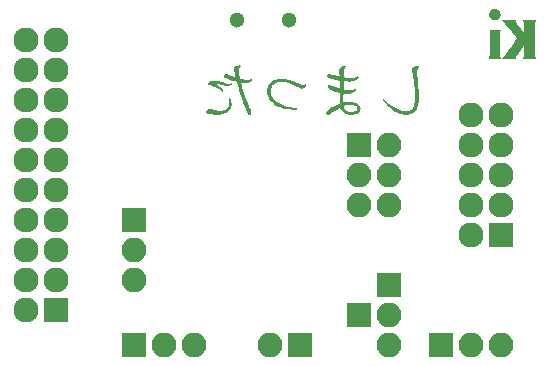
<source format=gbs>
G04 #@! TF.GenerationSoftware,KiCad,Pcbnew,(2017-01-09 revision c2fb336)-makepkg*
G04 #@! TF.CreationDate,2017-04-23T15:55:18+02:00*
G04 #@! TF.ProjectId,jtagTc2050Adaptor,6A74616754633230353041646170746F,rev?*
G04 #@! TF.FileFunction,Soldermask,Bot*
G04 #@! TF.FilePolarity,Negative*
%FSLAX46Y46*%
G04 Gerber Fmt 4.6, Leading zero omitted, Abs format (unit mm)*
G04 Created by KiCad (PCBNEW (2017-01-09 revision c2fb336)-makepkg) date 04/23/17 15:55:18*
%MOMM*%
%LPD*%
G01*
G04 APERTURE LIST*
%ADD10C,0.100000*%
%ADD11C,0.010000*%
%ADD12O,2.127200X2.127200*%
%ADD13R,2.127200X2.127200*%
%ADD14O,2.100000X2.100000*%
%ADD15R,2.100000X2.100000*%
%ADD16C,1.300000*%
G04 APERTURE END LIST*
D10*
D11*
G36*
X97010653Y-69392800D02*
X96465341Y-69392800D01*
X96664121Y-69594187D01*
X96993829Y-69957091D01*
X97208249Y-70231215D01*
X97286697Y-70334800D01*
X97381256Y-70454929D01*
X97481350Y-70578602D01*
X97576402Y-70692819D01*
X97655834Y-70784581D01*
X97680932Y-70812160D01*
X97762364Y-70899612D01*
X97692406Y-70990756D01*
X97556964Y-71180004D01*
X97469422Y-71319450D01*
X97414552Y-71401686D01*
X97353276Y-71481012D01*
X97348127Y-71487007D01*
X97279178Y-71569981D01*
X97198653Y-71672537D01*
X97115458Y-71782688D01*
X97038498Y-71888447D01*
X96976681Y-71977825D01*
X96941024Y-72034947D01*
X96905943Y-72087996D01*
X96847414Y-72166462D01*
X96775580Y-72257652D01*
X96700585Y-72348872D01*
X96632572Y-72427432D01*
X96596200Y-72466420D01*
X96572311Y-72492481D01*
X96530037Y-72539806D01*
X96521923Y-72548970D01*
X96460345Y-72618600D01*
X97586800Y-72618600D01*
X97586800Y-72540323D01*
X97603563Y-72463795D01*
X97650793Y-72358549D01*
X97723907Y-72232639D01*
X97818319Y-72094116D01*
X97905858Y-71979933D01*
X97977132Y-71887713D01*
X98042453Y-71796669D01*
X98089623Y-71723935D01*
X98095729Y-71713233D01*
X98135771Y-71646834D01*
X98171058Y-71598684D01*
X98179701Y-71589900D01*
X98214262Y-71551216D01*
X98254485Y-71494650D01*
X98292174Y-71446493D01*
X98322685Y-71424887D01*
X98323986Y-71424800D01*
X98332862Y-71449491D01*
X98339982Y-71520781D01*
X98345136Y-71634492D01*
X98348117Y-71786444D01*
X98348800Y-71921361D01*
X98348116Y-72100663D01*
X98345705Y-72236670D01*
X98341025Y-72336875D01*
X98333537Y-72408769D01*
X98322702Y-72459843D01*
X98307979Y-72497588D01*
X98307156Y-72499211D01*
X98271683Y-72558891D01*
X98240177Y-72597018D01*
X98237306Y-72599161D01*
X98252803Y-72604723D01*
X98312153Y-72609662D01*
X98408414Y-72613712D01*
X98534641Y-72616607D01*
X98683889Y-72618082D01*
X98735606Y-72618211D01*
X99262111Y-72618600D01*
X99232432Y-72548750D01*
X99204259Y-72490158D01*
X99182176Y-72454770D01*
X99178343Y-72425542D01*
X99174743Y-72350181D01*
X99171441Y-72233351D01*
X99168504Y-72079717D01*
X99166001Y-71893946D01*
X99163996Y-71680702D01*
X99162558Y-71444651D01*
X99161753Y-71190459D01*
X99161601Y-71018690D01*
X99161659Y-70714711D01*
X99161930Y-70457312D01*
X99162554Y-70242274D01*
X99163674Y-70065378D01*
X99165431Y-69922404D01*
X99167967Y-69809133D01*
X99171424Y-69721345D01*
X99175943Y-69654821D01*
X99181667Y-69605341D01*
X99188738Y-69568686D01*
X99197296Y-69540637D01*
X99207484Y-69516974D01*
X99212401Y-69507099D01*
X99243156Y-69445269D01*
X99261210Y-69406060D01*
X99263201Y-69400129D01*
X99239065Y-69397907D01*
X99171712Y-69395956D01*
X99068728Y-69394384D01*
X98937694Y-69393301D01*
X98786195Y-69392815D01*
X98752483Y-69392800D01*
X98579340Y-69393064D01*
X98450771Y-69394231D01*
X98360554Y-69396864D01*
X98302463Y-69401523D01*
X98270276Y-69408772D01*
X98257768Y-69419172D01*
X98258714Y-69433285D01*
X98260236Y-69437250D01*
X98293595Y-69526073D01*
X98317661Y-69614581D01*
X98333820Y-69713541D01*
X98343458Y-69833721D01*
X98347960Y-69985888D01*
X98348800Y-70125488D01*
X98348801Y-70545304D01*
X98272601Y-70472300D01*
X98224987Y-70421957D01*
X98198406Y-70384678D01*
X98196400Y-70377883D01*
X98181263Y-70351950D01*
X98141772Y-70298528D01*
X98086812Y-70228545D01*
X98025268Y-70152929D01*
X97966023Y-70082609D01*
X97917961Y-70028514D01*
X97891161Y-70002400D01*
X97868839Y-69975134D01*
X97830464Y-69919030D01*
X97802598Y-69875400D01*
X97744395Y-69787698D01*
X97681449Y-69701098D01*
X97659101Y-69672762D01*
X97614387Y-69606136D01*
X97588992Y-69545043D01*
X97586800Y-69528790D01*
X97586278Y-69485077D01*
X97580609Y-69451902D01*
X97563638Y-69427812D01*
X97529211Y-69411355D01*
X97471174Y-69401077D01*
X97383372Y-69395527D01*
X97259650Y-69393251D01*
X97093855Y-69392796D01*
X97010653Y-69392800D01*
X97010653Y-69392800D01*
G37*
X97010653Y-69392800D02*
X96465341Y-69392800D01*
X96664121Y-69594187D01*
X96993829Y-69957091D01*
X97208249Y-70231215D01*
X97286697Y-70334800D01*
X97381256Y-70454929D01*
X97481350Y-70578602D01*
X97576402Y-70692819D01*
X97655834Y-70784581D01*
X97680932Y-70812160D01*
X97762364Y-70899612D01*
X97692406Y-70990756D01*
X97556964Y-71180004D01*
X97469422Y-71319450D01*
X97414552Y-71401686D01*
X97353276Y-71481012D01*
X97348127Y-71487007D01*
X97279178Y-71569981D01*
X97198653Y-71672537D01*
X97115458Y-71782688D01*
X97038498Y-71888447D01*
X96976681Y-71977825D01*
X96941024Y-72034947D01*
X96905943Y-72087996D01*
X96847414Y-72166462D01*
X96775580Y-72257652D01*
X96700585Y-72348872D01*
X96632572Y-72427432D01*
X96596200Y-72466420D01*
X96572311Y-72492481D01*
X96530037Y-72539806D01*
X96521923Y-72548970D01*
X96460345Y-72618600D01*
X97586800Y-72618600D01*
X97586800Y-72540323D01*
X97603563Y-72463795D01*
X97650793Y-72358549D01*
X97723907Y-72232639D01*
X97818319Y-72094116D01*
X97905858Y-71979933D01*
X97977132Y-71887713D01*
X98042453Y-71796669D01*
X98089623Y-71723935D01*
X98095729Y-71713233D01*
X98135771Y-71646834D01*
X98171058Y-71598684D01*
X98179701Y-71589900D01*
X98214262Y-71551216D01*
X98254485Y-71494650D01*
X98292174Y-71446493D01*
X98322685Y-71424887D01*
X98323986Y-71424800D01*
X98332862Y-71449491D01*
X98339982Y-71520781D01*
X98345136Y-71634492D01*
X98348117Y-71786444D01*
X98348800Y-71921361D01*
X98348116Y-72100663D01*
X98345705Y-72236670D01*
X98341025Y-72336875D01*
X98333537Y-72408769D01*
X98322702Y-72459843D01*
X98307979Y-72497588D01*
X98307156Y-72499211D01*
X98271683Y-72558891D01*
X98240177Y-72597018D01*
X98237306Y-72599161D01*
X98252803Y-72604723D01*
X98312153Y-72609662D01*
X98408414Y-72613712D01*
X98534641Y-72616607D01*
X98683889Y-72618082D01*
X98735606Y-72618211D01*
X99262111Y-72618600D01*
X99232432Y-72548750D01*
X99204259Y-72490158D01*
X99182176Y-72454770D01*
X99178343Y-72425542D01*
X99174743Y-72350181D01*
X99171441Y-72233351D01*
X99168504Y-72079717D01*
X99166001Y-71893946D01*
X99163996Y-71680702D01*
X99162558Y-71444651D01*
X99161753Y-71190459D01*
X99161601Y-71018690D01*
X99161659Y-70714711D01*
X99161930Y-70457312D01*
X99162554Y-70242274D01*
X99163674Y-70065378D01*
X99165431Y-69922404D01*
X99167967Y-69809133D01*
X99171424Y-69721345D01*
X99175943Y-69654821D01*
X99181667Y-69605341D01*
X99188738Y-69568686D01*
X99197296Y-69540637D01*
X99207484Y-69516974D01*
X99212401Y-69507099D01*
X99243156Y-69445269D01*
X99261210Y-69406060D01*
X99263201Y-69400129D01*
X99239065Y-69397907D01*
X99171712Y-69395956D01*
X99068728Y-69394384D01*
X98937694Y-69393301D01*
X98786195Y-69392815D01*
X98752483Y-69392800D01*
X98579340Y-69393064D01*
X98450771Y-69394231D01*
X98360554Y-69396864D01*
X98302463Y-69401523D01*
X98270276Y-69408772D01*
X98257768Y-69419172D01*
X98258714Y-69433285D01*
X98260236Y-69437250D01*
X98293595Y-69526073D01*
X98317661Y-69614581D01*
X98333820Y-69713541D01*
X98343458Y-69833721D01*
X98347960Y-69985888D01*
X98348800Y-70125488D01*
X98348801Y-70545304D01*
X98272601Y-70472300D01*
X98224987Y-70421957D01*
X98198406Y-70384678D01*
X98196400Y-70377883D01*
X98181263Y-70351950D01*
X98141772Y-70298528D01*
X98086812Y-70228545D01*
X98025268Y-70152929D01*
X97966023Y-70082609D01*
X97917961Y-70028514D01*
X97891161Y-70002400D01*
X97868839Y-69975134D01*
X97830464Y-69919030D01*
X97802598Y-69875400D01*
X97744395Y-69787698D01*
X97681449Y-69701098D01*
X97659101Y-69672762D01*
X97614387Y-69606136D01*
X97588992Y-69545043D01*
X97586800Y-69528790D01*
X97586278Y-69485077D01*
X97580609Y-69451902D01*
X97563638Y-69427812D01*
X97529211Y-69411355D01*
X97471174Y-69401077D01*
X97383372Y-69395527D01*
X97259650Y-69393251D01*
X97093855Y-69392796D01*
X97010653Y-69392800D01*
G36*
X95427800Y-71356445D02*
X95427579Y-71627928D01*
X95426817Y-71853018D01*
X95425374Y-72036121D01*
X95423106Y-72181640D01*
X95419869Y-72293983D01*
X95415522Y-72377555D01*
X95409920Y-72436759D01*
X95402922Y-72476003D01*
X95394384Y-72499692D01*
X95390508Y-72505795D01*
X95364222Y-72543343D01*
X95353509Y-72571485D01*
X95363690Y-72591574D01*
X95400088Y-72604963D01*
X95468024Y-72613005D01*
X95572822Y-72617053D01*
X95719802Y-72618460D01*
X95834200Y-72618600D01*
X95984482Y-72617915D01*
X96115673Y-72616008D01*
X96219973Y-72613102D01*
X96289581Y-72609417D01*
X96316695Y-72605176D01*
X96316800Y-72604888D01*
X96306245Y-72575854D01*
X96279674Y-72518909D01*
X96266000Y-72491600D01*
X96253134Y-72464160D01*
X96242641Y-72433794D01*
X96234280Y-72395320D01*
X96227809Y-72343555D01*
X96222989Y-72273318D01*
X96219578Y-72179427D01*
X96217335Y-72056701D01*
X96216019Y-71899959D01*
X96215390Y-71704017D01*
X96215205Y-71463696D01*
X96215200Y-71399150D01*
X96215453Y-71141669D01*
X96216329Y-70930149D01*
X96218004Y-70759751D01*
X96220652Y-70625638D01*
X96224450Y-70522971D01*
X96229573Y-70446913D01*
X96236197Y-70392626D01*
X96244497Y-70355272D01*
X96253953Y-70331338D01*
X96292705Y-70256400D01*
X95427800Y-70256400D01*
X95427800Y-71356445D01*
X95427800Y-71356445D01*
G37*
X95427800Y-71356445D02*
X95427579Y-71627928D01*
X95426817Y-71853018D01*
X95425374Y-72036121D01*
X95423106Y-72181640D01*
X95419869Y-72293983D01*
X95415522Y-72377555D01*
X95409920Y-72436759D01*
X95402922Y-72476003D01*
X95394384Y-72499692D01*
X95390508Y-72505795D01*
X95364222Y-72543343D01*
X95353509Y-72571485D01*
X95363690Y-72591574D01*
X95400088Y-72604963D01*
X95468024Y-72613005D01*
X95572822Y-72617053D01*
X95719802Y-72618460D01*
X95834200Y-72618600D01*
X95984482Y-72617915D01*
X96115673Y-72616008D01*
X96219973Y-72613102D01*
X96289581Y-72609417D01*
X96316695Y-72605176D01*
X96316800Y-72604888D01*
X96306245Y-72575854D01*
X96279674Y-72518909D01*
X96266000Y-72491600D01*
X96253134Y-72464160D01*
X96242641Y-72433794D01*
X96234280Y-72395320D01*
X96227809Y-72343555D01*
X96222989Y-72273318D01*
X96219578Y-72179427D01*
X96217335Y-72056701D01*
X96216019Y-71899959D01*
X96215390Y-71704017D01*
X96215205Y-71463696D01*
X96215200Y-71399150D01*
X96215453Y-71141669D01*
X96216329Y-70930149D01*
X96218004Y-70759751D01*
X96220652Y-70625638D01*
X96224450Y-70522971D01*
X96229573Y-70446913D01*
X96236197Y-70392626D01*
X96244497Y-70355272D01*
X96253953Y-70331338D01*
X96292705Y-70256400D01*
X95427800Y-70256400D01*
X95427800Y-71356445D01*
G36*
X95668459Y-68490360D02*
X95550855Y-68556795D01*
X95457377Y-68659445D01*
X95413588Y-68745524D01*
X95382978Y-68884014D01*
X95392079Y-69021991D01*
X95439427Y-69143484D01*
X95451812Y-69162250D01*
X95542251Y-69249808D01*
X95661129Y-69309953D01*
X95794067Y-69339818D01*
X95926687Y-69336534D01*
X96044610Y-69297232D01*
X96065394Y-69284644D01*
X96147663Y-69205794D01*
X96215486Y-69097170D01*
X96257653Y-68979695D01*
X96266000Y-68910199D01*
X96246726Y-68800975D01*
X96196210Y-68686510D01*
X96125418Y-68587558D01*
X96069758Y-68538695D01*
X95937539Y-68478276D01*
X95800563Y-68463176D01*
X95668459Y-68490360D01*
X95668459Y-68490360D01*
G37*
X95668459Y-68490360D02*
X95550855Y-68556795D01*
X95457377Y-68659445D01*
X95413588Y-68745524D01*
X95382978Y-68884014D01*
X95392079Y-69021991D01*
X95439427Y-69143484D01*
X95451812Y-69162250D01*
X95542251Y-69249808D01*
X95661129Y-69309953D01*
X95794067Y-69339818D01*
X95926687Y-69336534D01*
X96044610Y-69297232D01*
X96065394Y-69284644D01*
X96147663Y-69205794D01*
X96215486Y-69097170D01*
X96257653Y-68979695D01*
X96266000Y-68910199D01*
X96246726Y-68800975D01*
X96196210Y-68686510D01*
X96125418Y-68587558D01*
X96069758Y-68538695D01*
X95937539Y-68478276D01*
X95800563Y-68463176D01*
X95668459Y-68490360D01*
D10*
G36*
X71596809Y-74743254D02*
X71601703Y-74763547D01*
X71617510Y-74783693D01*
X71645919Y-74804625D01*
X71688617Y-74827275D01*
X71747295Y-74852575D01*
X71823640Y-74881457D01*
X71888383Y-74904266D01*
X72102692Y-74985200D01*
X72298784Y-75074136D01*
X72478388Y-75171960D01*
X72643231Y-75279558D01*
X72695503Y-75317980D01*
X72728308Y-75342189D01*
X72754634Y-75360459D01*
X72770022Y-75369732D01*
X72771838Y-75370302D01*
X72781407Y-75361995D01*
X72794023Y-75342340D01*
X72800137Y-75329168D01*
X72800720Y-75317597D01*
X72793488Y-75304033D01*
X72776160Y-75284883D01*
X72746453Y-75256553D01*
X72729638Y-75240963D01*
X72634343Y-75154503D01*
X72542439Y-75074429D01*
X72456793Y-75003138D01*
X72380275Y-74943029D01*
X72326012Y-74903528D01*
X72283607Y-74873531D01*
X72245337Y-74845398D01*
X72216041Y-74822743D01*
X72202644Y-74811311D01*
X72186140Y-74793168D01*
X72184184Y-74779299D01*
X72192838Y-74763667D01*
X72202607Y-74752135D01*
X72216225Y-74745224D01*
X72238716Y-74741839D01*
X72275108Y-74740882D01*
X72297036Y-74740950D01*
X72334420Y-74742374D01*
X72374520Y-74746581D01*
X72421140Y-74754257D01*
X72478086Y-74766086D01*
X72549161Y-74782754D01*
X72602645Y-74795981D01*
X72736473Y-74828647D01*
X72852723Y-74854833D01*
X72953915Y-74874716D01*
X73042574Y-74888472D01*
X73121222Y-74896278D01*
X73192381Y-74898310D01*
X73258576Y-74894744D01*
X73322327Y-74885757D01*
X73386159Y-74871525D01*
X73444370Y-74854811D01*
X73481835Y-74842177D01*
X73502553Y-74831307D01*
X73510288Y-74818709D01*
X73508807Y-74800897D01*
X73507677Y-74796162D01*
X73500991Y-74769523D01*
X73435623Y-74790303D01*
X73396420Y-74800288D01*
X73354072Y-74805672D01*
X73306660Y-74806096D01*
X73252265Y-74801199D01*
X73188971Y-74790623D01*
X73114857Y-74774008D01*
X73028007Y-74750995D01*
X72926502Y-74721223D01*
X72808423Y-74684333D01*
X72723026Y-74656743D01*
X72620735Y-74623631D01*
X72535272Y-74596792D01*
X72463456Y-74575570D01*
X72402105Y-74559308D01*
X72348038Y-74547350D01*
X72298074Y-74539037D01*
X72249031Y-74533714D01*
X72197728Y-74530725D01*
X72140985Y-74529411D01*
X72105021Y-74529160D01*
X72036238Y-74529286D01*
X71983671Y-74530494D01*
X71942372Y-74533248D01*
X71907389Y-74538008D01*
X71873774Y-74545237D01*
X71842711Y-74553629D01*
X71768885Y-74579647D01*
X71705122Y-74611800D01*
X71653890Y-74648185D01*
X71617658Y-74686899D01*
X71598895Y-74726039D01*
X71596809Y-74743254D01*
X71596809Y-74743254D01*
X71596809Y-74743254D01*
G37*
X71596809Y-74743254D02*
X71601703Y-74763547D01*
X71617510Y-74783693D01*
X71645919Y-74804625D01*
X71688617Y-74827275D01*
X71747295Y-74852575D01*
X71823640Y-74881457D01*
X71888383Y-74904266D01*
X72102692Y-74985200D01*
X72298784Y-75074136D01*
X72478388Y-75171960D01*
X72643231Y-75279558D01*
X72695503Y-75317980D01*
X72728308Y-75342189D01*
X72754634Y-75360459D01*
X72770022Y-75369732D01*
X72771838Y-75370302D01*
X72781407Y-75361995D01*
X72794023Y-75342340D01*
X72800137Y-75329168D01*
X72800720Y-75317597D01*
X72793488Y-75304033D01*
X72776160Y-75284883D01*
X72746453Y-75256553D01*
X72729638Y-75240963D01*
X72634343Y-75154503D01*
X72542439Y-75074429D01*
X72456793Y-75003138D01*
X72380275Y-74943029D01*
X72326012Y-74903528D01*
X72283607Y-74873531D01*
X72245337Y-74845398D01*
X72216041Y-74822743D01*
X72202644Y-74811311D01*
X72186140Y-74793168D01*
X72184184Y-74779299D01*
X72192838Y-74763667D01*
X72202607Y-74752135D01*
X72216225Y-74745224D01*
X72238716Y-74741839D01*
X72275108Y-74740882D01*
X72297036Y-74740950D01*
X72334420Y-74742374D01*
X72374520Y-74746581D01*
X72421140Y-74754257D01*
X72478086Y-74766086D01*
X72549161Y-74782754D01*
X72602645Y-74795981D01*
X72736473Y-74828647D01*
X72852723Y-74854833D01*
X72953915Y-74874716D01*
X73042574Y-74888472D01*
X73121222Y-74896278D01*
X73192381Y-74898310D01*
X73258576Y-74894744D01*
X73322327Y-74885757D01*
X73386159Y-74871525D01*
X73444370Y-74854811D01*
X73481835Y-74842177D01*
X73502553Y-74831307D01*
X73510288Y-74818709D01*
X73508807Y-74800897D01*
X73507677Y-74796162D01*
X73500991Y-74769523D01*
X73435623Y-74790303D01*
X73396420Y-74800288D01*
X73354072Y-74805672D01*
X73306660Y-74806096D01*
X73252265Y-74801199D01*
X73188971Y-74790623D01*
X73114857Y-74774008D01*
X73028007Y-74750995D01*
X72926502Y-74721223D01*
X72808423Y-74684333D01*
X72723026Y-74656743D01*
X72620735Y-74623631D01*
X72535272Y-74596792D01*
X72463456Y-74575570D01*
X72402105Y-74559308D01*
X72348038Y-74547350D01*
X72298074Y-74539037D01*
X72249031Y-74533714D01*
X72197728Y-74530725D01*
X72140985Y-74529411D01*
X72105021Y-74529160D01*
X72036238Y-74529286D01*
X71983671Y-74530494D01*
X71942372Y-74533248D01*
X71907389Y-74538008D01*
X71873774Y-74545237D01*
X71842711Y-74553629D01*
X71768885Y-74579647D01*
X71705122Y-74611800D01*
X71653890Y-74648185D01*
X71617658Y-74686899D01*
X71598895Y-74726039D01*
X71596809Y-74743254D01*
X71596809Y-74743254D01*
G36*
X76565589Y-75312069D02*
X76568162Y-75470117D01*
X76591426Y-75626391D01*
X76634896Y-75779216D01*
X76698087Y-75926920D01*
X76780516Y-76067829D01*
X76787331Y-76077888D01*
X76838193Y-76144652D01*
X76902648Y-76217643D01*
X76976043Y-76292341D01*
X77053722Y-76364227D01*
X77131034Y-76428779D01*
X77201884Y-76480522D01*
X77342711Y-76565882D01*
X77493975Y-76640848D01*
X77656954Y-76705763D01*
X77832924Y-76760970D01*
X78023164Y-76806813D01*
X78228950Y-76843633D01*
X78451559Y-76871775D01*
X78692269Y-76891581D01*
X78743537Y-76894619D01*
X78824962Y-76899089D01*
X78887760Y-76902280D01*
X78934441Y-76904148D01*
X78967518Y-76904646D01*
X78989501Y-76903728D01*
X79002903Y-76901347D01*
X79010235Y-76897459D01*
X79014009Y-76892017D01*
X79014989Y-76889643D01*
X79017220Y-76863456D01*
X79001327Y-76847091D01*
X78972159Y-76841998D01*
X78938532Y-76840257D01*
X78888038Y-76835399D01*
X78824665Y-76827977D01*
X78752403Y-76818541D01*
X78675238Y-76807643D01*
X78597161Y-76795835D01*
X78522158Y-76783667D01*
X78454220Y-76771691D01*
X78429366Y-76766971D01*
X78218056Y-76718995D01*
X78017646Y-76659866D01*
X77829060Y-76590230D01*
X77653224Y-76510736D01*
X77491060Y-76422031D01*
X77343495Y-76324762D01*
X77211451Y-76219577D01*
X77095853Y-76107123D01*
X76997626Y-75988047D01*
X76917693Y-75862997D01*
X76856980Y-75732620D01*
X76828332Y-75645583D01*
X76798833Y-75504297D01*
X76789602Y-75368486D01*
X76800246Y-75238995D01*
X76830372Y-75116668D01*
X76879585Y-75002349D01*
X76947493Y-74896881D01*
X77033701Y-74801109D01*
X77137815Y-74715875D01*
X77259442Y-74642025D01*
X77307639Y-74618295D01*
X77382525Y-74586062D01*
X77452645Y-74562156D01*
X77523352Y-74545543D01*
X77600003Y-74535187D01*
X77687950Y-74530054D01*
X77769464Y-74529011D01*
X77841161Y-74529449D01*
X77897176Y-74530912D01*
X77942997Y-74533920D01*
X77984112Y-74538991D01*
X78026007Y-74546644D01*
X78074171Y-74557401D01*
X78077336Y-74558145D01*
X78161765Y-74579097D01*
X78241795Y-74601396D01*
X78320139Y-74626135D01*
X78399510Y-74654410D01*
X78482621Y-74687314D01*
X78572184Y-74725942D01*
X78670913Y-74771387D01*
X78781520Y-74824743D01*
X78906718Y-74887105D01*
X78960585Y-74914356D01*
X79072314Y-74970393D01*
X79167540Y-75016547D01*
X79248085Y-75053544D01*
X79315772Y-75082114D01*
X79372422Y-75102983D01*
X79419857Y-75116880D01*
X79459901Y-75124531D01*
X79492250Y-75126680D01*
X79558229Y-75116318D01*
X79625286Y-75086440D01*
X79691303Y-75038463D01*
X79754162Y-74973805D01*
X79789156Y-74928054D01*
X79811348Y-74895812D01*
X79822779Y-74875531D01*
X79824906Y-74861879D01*
X79819186Y-74849521D01*
X79812948Y-74840979D01*
X79793627Y-74815365D01*
X79758714Y-74849499D01*
X79715074Y-74881856D01*
X79665764Y-74897122D01*
X79606610Y-74896353D01*
X79586135Y-74893119D01*
X79531997Y-74880228D01*
X79459822Y-74858345D01*
X79370580Y-74827811D01*
X79265242Y-74788967D01*
X79144779Y-74742155D01*
X79061169Y-74708568D01*
X78846735Y-74624907D01*
X78647014Y-74554382D01*
X78460352Y-74496689D01*
X78285096Y-74451525D01*
X78119594Y-74418587D01*
X77962192Y-74397571D01*
X77811239Y-74388176D01*
X77665080Y-74390097D01*
X77522064Y-74403031D01*
X77451832Y-74413431D01*
X77295735Y-74448058D01*
X77154301Y-74497592D01*
X77026720Y-74562484D01*
X76912180Y-74643183D01*
X76809872Y-74740140D01*
X76761045Y-74797374D01*
X76682828Y-74910750D01*
X76624870Y-75029134D01*
X76586509Y-75154273D01*
X76567080Y-75287914D01*
X76565589Y-75312069D01*
X76565589Y-75312069D01*
X76565589Y-75312069D01*
G37*
X76565589Y-75312069D02*
X76568162Y-75470117D01*
X76591426Y-75626391D01*
X76634896Y-75779216D01*
X76698087Y-75926920D01*
X76780516Y-76067829D01*
X76787331Y-76077888D01*
X76838193Y-76144652D01*
X76902648Y-76217643D01*
X76976043Y-76292341D01*
X77053722Y-76364227D01*
X77131034Y-76428779D01*
X77201884Y-76480522D01*
X77342711Y-76565882D01*
X77493975Y-76640848D01*
X77656954Y-76705763D01*
X77832924Y-76760970D01*
X78023164Y-76806813D01*
X78228950Y-76843633D01*
X78451559Y-76871775D01*
X78692269Y-76891581D01*
X78743537Y-76894619D01*
X78824962Y-76899089D01*
X78887760Y-76902280D01*
X78934441Y-76904148D01*
X78967518Y-76904646D01*
X78989501Y-76903728D01*
X79002903Y-76901347D01*
X79010235Y-76897459D01*
X79014009Y-76892017D01*
X79014989Y-76889643D01*
X79017220Y-76863456D01*
X79001327Y-76847091D01*
X78972159Y-76841998D01*
X78938532Y-76840257D01*
X78888038Y-76835399D01*
X78824665Y-76827977D01*
X78752403Y-76818541D01*
X78675238Y-76807643D01*
X78597161Y-76795835D01*
X78522158Y-76783667D01*
X78454220Y-76771691D01*
X78429366Y-76766971D01*
X78218056Y-76718995D01*
X78017646Y-76659866D01*
X77829060Y-76590230D01*
X77653224Y-76510736D01*
X77491060Y-76422031D01*
X77343495Y-76324762D01*
X77211451Y-76219577D01*
X77095853Y-76107123D01*
X76997626Y-75988047D01*
X76917693Y-75862997D01*
X76856980Y-75732620D01*
X76828332Y-75645583D01*
X76798833Y-75504297D01*
X76789602Y-75368486D01*
X76800246Y-75238995D01*
X76830372Y-75116668D01*
X76879585Y-75002349D01*
X76947493Y-74896881D01*
X77033701Y-74801109D01*
X77137815Y-74715875D01*
X77259442Y-74642025D01*
X77307639Y-74618295D01*
X77382525Y-74586062D01*
X77452645Y-74562156D01*
X77523352Y-74545543D01*
X77600003Y-74535187D01*
X77687950Y-74530054D01*
X77769464Y-74529011D01*
X77841161Y-74529449D01*
X77897176Y-74530912D01*
X77942997Y-74533920D01*
X77984112Y-74538991D01*
X78026007Y-74546644D01*
X78074171Y-74557401D01*
X78077336Y-74558145D01*
X78161765Y-74579097D01*
X78241795Y-74601396D01*
X78320139Y-74626135D01*
X78399510Y-74654410D01*
X78482621Y-74687314D01*
X78572184Y-74725942D01*
X78670913Y-74771387D01*
X78781520Y-74824743D01*
X78906718Y-74887105D01*
X78960585Y-74914356D01*
X79072314Y-74970393D01*
X79167540Y-75016547D01*
X79248085Y-75053544D01*
X79315772Y-75082114D01*
X79372422Y-75102983D01*
X79419857Y-75116880D01*
X79459901Y-75124531D01*
X79492250Y-75126680D01*
X79558229Y-75116318D01*
X79625286Y-75086440D01*
X79691303Y-75038463D01*
X79754162Y-74973805D01*
X79789156Y-74928054D01*
X79811348Y-74895812D01*
X79822779Y-74875531D01*
X79824906Y-74861879D01*
X79819186Y-74849521D01*
X79812948Y-74840979D01*
X79793627Y-74815365D01*
X79758714Y-74849499D01*
X79715074Y-74881856D01*
X79665764Y-74897122D01*
X79606610Y-74896353D01*
X79586135Y-74893119D01*
X79531997Y-74880228D01*
X79459822Y-74858345D01*
X79370580Y-74827811D01*
X79265242Y-74788967D01*
X79144779Y-74742155D01*
X79061169Y-74708568D01*
X78846735Y-74624907D01*
X78647014Y-74554382D01*
X78460352Y-74496689D01*
X78285096Y-74451525D01*
X78119594Y-74418587D01*
X77962192Y-74397571D01*
X77811239Y-74388176D01*
X77665080Y-74390097D01*
X77522064Y-74403031D01*
X77451832Y-74413431D01*
X77295735Y-74448058D01*
X77154301Y-74497592D01*
X77026720Y-74562484D01*
X76912180Y-74643183D01*
X76809872Y-74740140D01*
X76761045Y-74797374D01*
X76682828Y-74910750D01*
X76624870Y-75029134D01*
X76586509Y-75154273D01*
X76567080Y-75287914D01*
X76565589Y-75312069D01*
X76565589Y-75312069D01*
G36*
X71427405Y-77141796D02*
X71433906Y-77173588D01*
X71454127Y-77201533D01*
X71489144Y-77226001D01*
X71540034Y-77247363D01*
X71607872Y-77265990D01*
X71693736Y-77282253D01*
X71798700Y-77296523D01*
X71909147Y-77307856D01*
X71949498Y-77310496D01*
X72005192Y-77312709D01*
X72072272Y-77314470D01*
X72146782Y-77315755D01*
X72224766Y-77316540D01*
X72302267Y-77316803D01*
X72375329Y-77316519D01*
X72439995Y-77315665D01*
X72492310Y-77314217D01*
X72528316Y-77312151D01*
X72533824Y-77311592D01*
X72693083Y-77288163D01*
X72834459Y-77256486D01*
X72959893Y-77215757D01*
X73071328Y-77165172D01*
X73170704Y-77103926D01*
X73259962Y-77031216D01*
X73296142Y-76995786D01*
X73377200Y-76898907D01*
X73437752Y-76796781D01*
X73477841Y-76689274D01*
X73497510Y-76576253D01*
X73496802Y-76457584D01*
X73488755Y-76395705D01*
X73469204Y-76303341D01*
X73441658Y-76204572D01*
X73409020Y-76108861D01*
X73377175Y-76032036D01*
X73347769Y-75968509D01*
X73329508Y-75996360D01*
X73320557Y-76011811D01*
X73316959Y-76026820D01*
X73318897Y-76047295D01*
X73326551Y-76079146D01*
X73332740Y-76101768D01*
X73360859Y-76225578D01*
X73375751Y-76344522D01*
X73377225Y-76455185D01*
X73365087Y-76554154D01*
X73359566Y-76577985D01*
X73322210Y-76681383D01*
X73266675Y-76776391D01*
X73195064Y-76860704D01*
X73109478Y-76932019D01*
X73012022Y-76988032D01*
X72968686Y-77006204D01*
X72901973Y-77029030D01*
X72836741Y-77045983D01*
X72768215Y-77057743D01*
X72691616Y-77064990D01*
X72602168Y-77068405D01*
X72528530Y-77068876D01*
X72452516Y-77068097D01*
X72386437Y-77065845D01*
X72325908Y-77061502D01*
X72266547Y-77054449D01*
X72203971Y-77044069D01*
X72133794Y-77029743D01*
X72051635Y-77010855D01*
X71962152Y-76989028D01*
X71874539Y-76968044D01*
X71804005Y-76953053D01*
X71747418Y-76943728D01*
X71701646Y-76939746D01*
X71663558Y-76940778D01*
X71630020Y-76946500D01*
X71609836Y-76952359D01*
X71558497Y-76976033D01*
X71510770Y-77009925D01*
X71470528Y-77050016D01*
X71441643Y-77092285D01*
X71427986Y-77132711D01*
X71427405Y-77141796D01*
X71427405Y-77141796D01*
X71427405Y-77141796D01*
G37*
X71427405Y-77141796D02*
X71433906Y-77173588D01*
X71454127Y-77201533D01*
X71489144Y-77226001D01*
X71540034Y-77247363D01*
X71607872Y-77265990D01*
X71693736Y-77282253D01*
X71798700Y-77296523D01*
X71909147Y-77307856D01*
X71949498Y-77310496D01*
X72005192Y-77312709D01*
X72072272Y-77314470D01*
X72146782Y-77315755D01*
X72224766Y-77316540D01*
X72302267Y-77316803D01*
X72375329Y-77316519D01*
X72439995Y-77315665D01*
X72492310Y-77314217D01*
X72528316Y-77312151D01*
X72533824Y-77311592D01*
X72693083Y-77288163D01*
X72834459Y-77256486D01*
X72959893Y-77215757D01*
X73071328Y-77165172D01*
X73170704Y-77103926D01*
X73259962Y-77031216D01*
X73296142Y-76995786D01*
X73377200Y-76898907D01*
X73437752Y-76796781D01*
X73477841Y-76689274D01*
X73497510Y-76576253D01*
X73496802Y-76457584D01*
X73488755Y-76395705D01*
X73469204Y-76303341D01*
X73441658Y-76204572D01*
X73409020Y-76108861D01*
X73377175Y-76032036D01*
X73347769Y-75968509D01*
X73329508Y-75996360D01*
X73320557Y-76011811D01*
X73316959Y-76026820D01*
X73318897Y-76047295D01*
X73326551Y-76079146D01*
X73332740Y-76101768D01*
X73360859Y-76225578D01*
X73375751Y-76344522D01*
X73377225Y-76455185D01*
X73365087Y-76554154D01*
X73359566Y-76577985D01*
X73322210Y-76681383D01*
X73266675Y-76776391D01*
X73195064Y-76860704D01*
X73109478Y-76932019D01*
X73012022Y-76988032D01*
X72968686Y-77006204D01*
X72901973Y-77029030D01*
X72836741Y-77045983D01*
X72768215Y-77057743D01*
X72691616Y-77064990D01*
X72602168Y-77068405D01*
X72528530Y-77068876D01*
X72452516Y-77068097D01*
X72386437Y-77065845D01*
X72325908Y-77061502D01*
X72266547Y-77054449D01*
X72203971Y-77044069D01*
X72133794Y-77029743D01*
X72051635Y-77010855D01*
X71962152Y-76989028D01*
X71874539Y-76968044D01*
X71804005Y-76953053D01*
X71747418Y-76943728D01*
X71701646Y-76939746D01*
X71663558Y-76940778D01*
X71630020Y-76946500D01*
X71609836Y-76952359D01*
X71558497Y-76976033D01*
X71510770Y-77009925D01*
X71470528Y-77050016D01*
X71441643Y-77092285D01*
X71427986Y-77132711D01*
X71427405Y-77141796D01*
X71427405Y-77141796D01*
G36*
X86354198Y-76111023D02*
X86355160Y-76125037D01*
X86366797Y-76143057D01*
X86410647Y-76200194D01*
X86467644Y-76268440D01*
X86535124Y-76344823D01*
X86610422Y-76426369D01*
X86690871Y-76510105D01*
X86741774Y-76561423D01*
X86873970Y-76688289D01*
X87000017Y-76798982D01*
X87123442Y-76896168D01*
X87247774Y-76982509D01*
X87376539Y-77060670D01*
X87469916Y-77111276D01*
X87647113Y-77193867D01*
X87823759Y-77257947D01*
X87998478Y-77303218D01*
X88169896Y-77329377D01*
X88336638Y-77336127D01*
X88461814Y-77327811D01*
X88594749Y-77304044D01*
X88720662Y-77265090D01*
X88837076Y-77212270D01*
X88941510Y-77146903D01*
X89031487Y-77070310D01*
X89102523Y-76986653D01*
X89161447Y-76892006D01*
X89211070Y-76786655D01*
X89251852Y-76668894D01*
X89284254Y-76537015D01*
X89308735Y-76389310D01*
X89325757Y-76224072D01*
X89331420Y-76137913D01*
X89334867Y-76043780D01*
X89336037Y-75931318D01*
X89335070Y-75803235D01*
X89332104Y-75662240D01*
X89327277Y-75511041D01*
X89320726Y-75352346D01*
X89312590Y-75188863D01*
X89303006Y-75023302D01*
X89292114Y-74858370D01*
X89280051Y-74696776D01*
X89266955Y-74541228D01*
X89252964Y-74394435D01*
X89238217Y-74259105D01*
X89233713Y-74221532D01*
X89222955Y-74122606D01*
X89215709Y-74027030D01*
X89211526Y-73926902D01*
X89209956Y-73814318D01*
X89209928Y-73803316D01*
X89209925Y-73727270D01*
X89210411Y-73668997D01*
X89211666Y-73625097D01*
X89213972Y-73592169D01*
X89217609Y-73566811D01*
X89222860Y-73545623D01*
X89230005Y-73525203D01*
X89233689Y-73515913D01*
X89268275Y-73445952D01*
X89309515Y-73388444D01*
X89354346Y-73347602D01*
X89357507Y-73345498D01*
X89383574Y-73321102D01*
X89388533Y-73295552D01*
X89374903Y-73271624D01*
X89361343Y-73269870D01*
X89331888Y-73273008D01*
X89290994Y-73280080D01*
X89243117Y-73290129D01*
X89192713Y-73302195D01*
X89144239Y-73315320D01*
X89102149Y-73328546D01*
X89090216Y-73332847D01*
X89020977Y-73365005D01*
X88960928Y-73404807D01*
X88914234Y-73449053D01*
X88887823Y-73488443D01*
X88872582Y-73532199D01*
X88866214Y-73584379D01*
X88868639Y-73648469D01*
X88879773Y-73727955D01*
X88881890Y-73739789D01*
X88926130Y-73990569D01*
X88964024Y-74224997D01*
X88995929Y-74446807D01*
X89022205Y-74659733D01*
X89043210Y-74867510D01*
X89059302Y-75073870D01*
X89070840Y-75282550D01*
X89078182Y-75497281D01*
X89081686Y-75721799D01*
X89082106Y-75825575D01*
X89081981Y-75950749D01*
X89081246Y-76057413D01*
X89079696Y-76148229D01*
X89077125Y-76225858D01*
X89073330Y-76292962D01*
X89068104Y-76352203D01*
X89061242Y-76406242D01*
X89052540Y-76457741D01*
X89041793Y-76509361D01*
X89028796Y-76563765D01*
X89023695Y-76583886D01*
X88982678Y-76708905D01*
X88928019Y-76817841D01*
X88860000Y-76910565D01*
X88778903Y-76986946D01*
X88685013Y-77046855D01*
X88578610Y-77090162D01*
X88459979Y-77116736D01*
X88329402Y-77126447D01*
X88187162Y-77119166D01*
X88033541Y-77094763D01*
X87952753Y-77076151D01*
X87771564Y-77021054D01*
X87585861Y-76946562D01*
X87397132Y-76853588D01*
X87206867Y-76743044D01*
X87016556Y-76615842D01*
X86827687Y-76472894D01*
X86641750Y-76315112D01*
X86510627Y-76192932D01*
X86464182Y-76148085D01*
X86430471Y-76116275D01*
X86407021Y-76095803D01*
X86391359Y-76084971D01*
X86381012Y-76082079D01*
X86373507Y-76085428D01*
X86366370Y-76093321D01*
X86366103Y-76093652D01*
X86354198Y-76111023D01*
X86354198Y-76111023D01*
X86354198Y-76111023D01*
G37*
X86354198Y-76111023D02*
X86355160Y-76125037D01*
X86366797Y-76143057D01*
X86410647Y-76200194D01*
X86467644Y-76268440D01*
X86535124Y-76344823D01*
X86610422Y-76426369D01*
X86690871Y-76510105D01*
X86741774Y-76561423D01*
X86873970Y-76688289D01*
X87000017Y-76798982D01*
X87123442Y-76896168D01*
X87247774Y-76982509D01*
X87376539Y-77060670D01*
X87469916Y-77111276D01*
X87647113Y-77193867D01*
X87823759Y-77257947D01*
X87998478Y-77303218D01*
X88169896Y-77329377D01*
X88336638Y-77336127D01*
X88461814Y-77327811D01*
X88594749Y-77304044D01*
X88720662Y-77265090D01*
X88837076Y-77212270D01*
X88941510Y-77146903D01*
X89031487Y-77070310D01*
X89102523Y-76986653D01*
X89161447Y-76892006D01*
X89211070Y-76786655D01*
X89251852Y-76668894D01*
X89284254Y-76537015D01*
X89308735Y-76389310D01*
X89325757Y-76224072D01*
X89331420Y-76137913D01*
X89334867Y-76043780D01*
X89336037Y-75931318D01*
X89335070Y-75803235D01*
X89332104Y-75662240D01*
X89327277Y-75511041D01*
X89320726Y-75352346D01*
X89312590Y-75188863D01*
X89303006Y-75023302D01*
X89292114Y-74858370D01*
X89280051Y-74696776D01*
X89266955Y-74541228D01*
X89252964Y-74394435D01*
X89238217Y-74259105D01*
X89233713Y-74221532D01*
X89222955Y-74122606D01*
X89215709Y-74027030D01*
X89211526Y-73926902D01*
X89209956Y-73814318D01*
X89209928Y-73803316D01*
X89209925Y-73727270D01*
X89210411Y-73668997D01*
X89211666Y-73625097D01*
X89213972Y-73592169D01*
X89217609Y-73566811D01*
X89222860Y-73545623D01*
X89230005Y-73525203D01*
X89233689Y-73515913D01*
X89268275Y-73445952D01*
X89309515Y-73388444D01*
X89354346Y-73347602D01*
X89357507Y-73345498D01*
X89383574Y-73321102D01*
X89388533Y-73295552D01*
X89374903Y-73271624D01*
X89361343Y-73269870D01*
X89331888Y-73273008D01*
X89290994Y-73280080D01*
X89243117Y-73290129D01*
X89192713Y-73302195D01*
X89144239Y-73315320D01*
X89102149Y-73328546D01*
X89090216Y-73332847D01*
X89020977Y-73365005D01*
X88960928Y-73404807D01*
X88914234Y-73449053D01*
X88887823Y-73488443D01*
X88872582Y-73532199D01*
X88866214Y-73584379D01*
X88868639Y-73648469D01*
X88879773Y-73727955D01*
X88881890Y-73739789D01*
X88926130Y-73990569D01*
X88964024Y-74224997D01*
X88995929Y-74446807D01*
X89022205Y-74659733D01*
X89043210Y-74867510D01*
X89059302Y-75073870D01*
X89070840Y-75282550D01*
X89078182Y-75497281D01*
X89081686Y-75721799D01*
X89082106Y-75825575D01*
X89081981Y-75950749D01*
X89081246Y-76057413D01*
X89079696Y-76148229D01*
X89077125Y-76225858D01*
X89073330Y-76292962D01*
X89068104Y-76352203D01*
X89061242Y-76406242D01*
X89052540Y-76457741D01*
X89041793Y-76509361D01*
X89028796Y-76563765D01*
X89023695Y-76583886D01*
X88982678Y-76708905D01*
X88928019Y-76817841D01*
X88860000Y-76910565D01*
X88778903Y-76986946D01*
X88685013Y-77046855D01*
X88578610Y-77090162D01*
X88459979Y-77116736D01*
X88329402Y-77126447D01*
X88187162Y-77119166D01*
X88033541Y-77094763D01*
X87952753Y-77076151D01*
X87771564Y-77021054D01*
X87585861Y-76946562D01*
X87397132Y-76853588D01*
X87206867Y-76743044D01*
X87016556Y-76615842D01*
X86827687Y-76472894D01*
X86641750Y-76315112D01*
X86510627Y-76192932D01*
X86464182Y-76148085D01*
X86430471Y-76116275D01*
X86407021Y-76095803D01*
X86391359Y-76084971D01*
X86381012Y-76082079D01*
X86373507Y-76085428D01*
X86366370Y-76093321D01*
X86366103Y-76093652D01*
X86354198Y-76111023D01*
X86354198Y-76111023D01*
G36*
X72932707Y-74135905D02*
X72939859Y-74158100D01*
X72958793Y-74183789D01*
X72964108Y-74189934D01*
X73004179Y-74224875D01*
X73064008Y-74261448D01*
X73142282Y-74299188D01*
X73237690Y-74337627D01*
X73348919Y-74376298D01*
X73474656Y-74414735D01*
X73613587Y-74452470D01*
X73764402Y-74489036D01*
X73871359Y-74512632D01*
X73923178Y-74523854D01*
X73967049Y-74533772D01*
X73999065Y-74541471D01*
X74015319Y-74546036D01*
X74016504Y-74546618D01*
X74020129Y-74557290D01*
X74028984Y-74586354D01*
X74042491Y-74631839D01*
X74060076Y-74691772D01*
X74081163Y-74764181D01*
X74105175Y-74847096D01*
X74131536Y-74938542D01*
X74159670Y-75036549D01*
X74162899Y-75047821D01*
X74238327Y-75308293D01*
X74310059Y-75549782D01*
X74378689Y-75774045D01*
X74444809Y-75982834D01*
X74509012Y-76177906D01*
X74571889Y-76361014D01*
X74634035Y-76533914D01*
X74696040Y-76698359D01*
X74758499Y-76856106D01*
X74822003Y-77008908D01*
X74837078Y-77044140D01*
X74877461Y-77135326D01*
X74912258Y-77207856D01*
X74942316Y-77263250D01*
X74968483Y-77303026D01*
X74991605Y-77328704D01*
X74999136Y-77334642D01*
X75023955Y-77344673D01*
X75057528Y-77349965D01*
X75065710Y-77350210D01*
X75098931Y-77346857D01*
X75122491Y-77333548D01*
X75136827Y-77318397D01*
X75162967Y-77270985D01*
X75171854Y-77211580D01*
X75163446Y-77140523D01*
X75160131Y-77126673D01*
X75155253Y-77108018D01*
X75150205Y-77090430D01*
X75144095Y-77071787D01*
X75136029Y-77049965D01*
X75125117Y-77022841D01*
X75110463Y-76988292D01*
X75091177Y-76944193D01*
X75066364Y-76888422D01*
X75035133Y-76818856D01*
X74996590Y-76733370D01*
X74970128Y-76674760D01*
X74851494Y-76401205D01*
X74737988Y-76118098D01*
X74632462Y-75832932D01*
X74537767Y-75553201D01*
X74510073Y-75465592D01*
X74485379Y-75384688D01*
X74459562Y-75297705D01*
X74433237Y-75206937D01*
X74407022Y-75114674D01*
X74381532Y-75023210D01*
X74357384Y-74934837D01*
X74335194Y-74851848D01*
X74315579Y-74776534D01*
X74299154Y-74711188D01*
X74286537Y-74658102D01*
X74278344Y-74619569D01*
X74275191Y-74597881D01*
X74275732Y-74594035D01*
X74287517Y-74593829D01*
X74316057Y-74596631D01*
X74357221Y-74601954D01*
X74406880Y-74609309D01*
X74413149Y-74610295D01*
X74522921Y-74623667D01*
X74645971Y-74630889D01*
X74725487Y-74632388D01*
X74792674Y-74632614D01*
X74843267Y-74631990D01*
X74881844Y-74630039D01*
X74912984Y-74626285D01*
X74941265Y-74620254D01*
X74971266Y-74611471D01*
X74991847Y-74604731D01*
X75050425Y-74581510D01*
X75109923Y-74551623D01*
X75164221Y-74518611D01*
X75207197Y-74486019D01*
X75222094Y-74471468D01*
X75233736Y-74456546D01*
X75234238Y-74443726D01*
X75222920Y-74424628D01*
X75217677Y-74417207D01*
X75194108Y-74384108D01*
X75166259Y-74410135D01*
X75138206Y-74434478D01*
X75111426Y-74451948D01*
X75081674Y-74463610D01*
X75044705Y-74470530D01*
X74996276Y-74473772D01*
X74932142Y-74474402D01*
X74910773Y-74474256D01*
X74831433Y-74472006D01*
X74753559Y-74466311D01*
X74672913Y-74456555D01*
X74585257Y-74442117D01*
X74486354Y-74422382D01*
X74371966Y-74396730D01*
X74360210Y-74393979D01*
X74308332Y-74381748D01*
X74264479Y-74371300D01*
X74232449Y-74363551D01*
X74216038Y-74359412D01*
X74214708Y-74359000D01*
X74210873Y-74347925D01*
X74204252Y-74319598D01*
X74195528Y-74277657D01*
X74185383Y-74225741D01*
X74174500Y-74167488D01*
X74163562Y-74106535D01*
X74153252Y-74046521D01*
X74144252Y-73991082D01*
X74138559Y-73953208D01*
X74122675Y-73831051D01*
X74112812Y-73726949D01*
X74109059Y-73638631D01*
X74111501Y-73563824D01*
X74120224Y-73500257D01*
X74135315Y-73445658D01*
X74156859Y-73397756D01*
X74159877Y-73392361D01*
X74187706Y-73352914D01*
X74220741Y-73319203D01*
X74233965Y-73309194D01*
X74276711Y-73280906D01*
X74249879Y-73254074D01*
X74234053Y-73239534D01*
X74219581Y-73232842D01*
X74199533Y-73232956D01*
X74166978Y-73238829D01*
X74159242Y-73240421D01*
X74109535Y-73252261D01*
X74052819Y-73268243D01*
X73994560Y-73286559D01*
X73940225Y-73305400D01*
X73895280Y-73322958D01*
X73865193Y-73337426D01*
X73864236Y-73337999D01*
X73835784Y-73358986D01*
X73813500Y-73384679D01*
X73797426Y-73416686D01*
X73787604Y-73456614D01*
X73784077Y-73506070D01*
X73786885Y-73566663D01*
X73796072Y-73640000D01*
X73811679Y-73727689D01*
X73833747Y-73831337D01*
X73862320Y-73952551D01*
X73882407Y-74033599D01*
X73899566Y-74102231D01*
X73914716Y-74163496D01*
X73927177Y-74214588D01*
X73936268Y-74252701D01*
X73941309Y-74275028D01*
X73942071Y-74279764D01*
X73929502Y-74276353D01*
X73900179Y-74266861D01*
X73857265Y-74252396D01*
X73803922Y-74234069D01*
X73743315Y-74212988D01*
X73678606Y-74190263D01*
X73612958Y-74167005D01*
X73549534Y-74144321D01*
X73491497Y-74123322D01*
X73442010Y-74105118D01*
X73412607Y-74094042D01*
X73333829Y-74063961D01*
X73272108Y-74040642D01*
X73224743Y-74023225D01*
X73189035Y-74010850D01*
X73162285Y-74002655D01*
X73141793Y-73997781D01*
X73124860Y-73995366D01*
X73108785Y-73994550D01*
X73100269Y-73994473D01*
X73056073Y-73999814D01*
X73010742Y-74013961D01*
X72972458Y-74033813D01*
X72953735Y-74050034D01*
X72943002Y-74071605D01*
X72934915Y-74102538D01*
X72934040Y-74108248D01*
X72932707Y-74135905D01*
X72932707Y-74135905D01*
X72932707Y-74135905D01*
G37*
X72932707Y-74135905D02*
X72939859Y-74158100D01*
X72958793Y-74183789D01*
X72964108Y-74189934D01*
X73004179Y-74224875D01*
X73064008Y-74261448D01*
X73142282Y-74299188D01*
X73237690Y-74337627D01*
X73348919Y-74376298D01*
X73474656Y-74414735D01*
X73613587Y-74452470D01*
X73764402Y-74489036D01*
X73871359Y-74512632D01*
X73923178Y-74523854D01*
X73967049Y-74533772D01*
X73999065Y-74541471D01*
X74015319Y-74546036D01*
X74016504Y-74546618D01*
X74020129Y-74557290D01*
X74028984Y-74586354D01*
X74042491Y-74631839D01*
X74060076Y-74691772D01*
X74081163Y-74764181D01*
X74105175Y-74847096D01*
X74131536Y-74938542D01*
X74159670Y-75036549D01*
X74162899Y-75047821D01*
X74238327Y-75308293D01*
X74310059Y-75549782D01*
X74378689Y-75774045D01*
X74444809Y-75982834D01*
X74509012Y-76177906D01*
X74571889Y-76361014D01*
X74634035Y-76533914D01*
X74696040Y-76698359D01*
X74758499Y-76856106D01*
X74822003Y-77008908D01*
X74837078Y-77044140D01*
X74877461Y-77135326D01*
X74912258Y-77207856D01*
X74942316Y-77263250D01*
X74968483Y-77303026D01*
X74991605Y-77328704D01*
X74999136Y-77334642D01*
X75023955Y-77344673D01*
X75057528Y-77349965D01*
X75065710Y-77350210D01*
X75098931Y-77346857D01*
X75122491Y-77333548D01*
X75136827Y-77318397D01*
X75162967Y-77270985D01*
X75171854Y-77211580D01*
X75163446Y-77140523D01*
X75160131Y-77126673D01*
X75155253Y-77108018D01*
X75150205Y-77090430D01*
X75144095Y-77071787D01*
X75136029Y-77049965D01*
X75125117Y-77022841D01*
X75110463Y-76988292D01*
X75091177Y-76944193D01*
X75066364Y-76888422D01*
X75035133Y-76818856D01*
X74996590Y-76733370D01*
X74970128Y-76674760D01*
X74851494Y-76401205D01*
X74737988Y-76118098D01*
X74632462Y-75832932D01*
X74537767Y-75553201D01*
X74510073Y-75465592D01*
X74485379Y-75384688D01*
X74459562Y-75297705D01*
X74433237Y-75206937D01*
X74407022Y-75114674D01*
X74381532Y-75023210D01*
X74357384Y-74934837D01*
X74335194Y-74851848D01*
X74315579Y-74776534D01*
X74299154Y-74711188D01*
X74286537Y-74658102D01*
X74278344Y-74619569D01*
X74275191Y-74597881D01*
X74275732Y-74594035D01*
X74287517Y-74593829D01*
X74316057Y-74596631D01*
X74357221Y-74601954D01*
X74406880Y-74609309D01*
X74413149Y-74610295D01*
X74522921Y-74623667D01*
X74645971Y-74630889D01*
X74725487Y-74632388D01*
X74792674Y-74632614D01*
X74843267Y-74631990D01*
X74881844Y-74630039D01*
X74912984Y-74626285D01*
X74941265Y-74620254D01*
X74971266Y-74611471D01*
X74991847Y-74604731D01*
X75050425Y-74581510D01*
X75109923Y-74551623D01*
X75164221Y-74518611D01*
X75207197Y-74486019D01*
X75222094Y-74471468D01*
X75233736Y-74456546D01*
X75234238Y-74443726D01*
X75222920Y-74424628D01*
X75217677Y-74417207D01*
X75194108Y-74384108D01*
X75166259Y-74410135D01*
X75138206Y-74434478D01*
X75111426Y-74451948D01*
X75081674Y-74463610D01*
X75044705Y-74470530D01*
X74996276Y-74473772D01*
X74932142Y-74474402D01*
X74910773Y-74474256D01*
X74831433Y-74472006D01*
X74753559Y-74466311D01*
X74672913Y-74456555D01*
X74585257Y-74442117D01*
X74486354Y-74422382D01*
X74371966Y-74396730D01*
X74360210Y-74393979D01*
X74308332Y-74381748D01*
X74264479Y-74371300D01*
X74232449Y-74363551D01*
X74216038Y-74359412D01*
X74214708Y-74359000D01*
X74210873Y-74347925D01*
X74204252Y-74319598D01*
X74195528Y-74277657D01*
X74185383Y-74225741D01*
X74174500Y-74167488D01*
X74163562Y-74106535D01*
X74153252Y-74046521D01*
X74144252Y-73991082D01*
X74138559Y-73953208D01*
X74122675Y-73831051D01*
X74112812Y-73726949D01*
X74109059Y-73638631D01*
X74111501Y-73563824D01*
X74120224Y-73500257D01*
X74135315Y-73445658D01*
X74156859Y-73397756D01*
X74159877Y-73392361D01*
X74187706Y-73352914D01*
X74220741Y-73319203D01*
X74233965Y-73309194D01*
X74276711Y-73280906D01*
X74249879Y-73254074D01*
X74234053Y-73239534D01*
X74219581Y-73232842D01*
X74199533Y-73232956D01*
X74166978Y-73238829D01*
X74159242Y-73240421D01*
X74109535Y-73252261D01*
X74052819Y-73268243D01*
X73994560Y-73286559D01*
X73940225Y-73305400D01*
X73895280Y-73322958D01*
X73865193Y-73337426D01*
X73864236Y-73337999D01*
X73835784Y-73358986D01*
X73813500Y-73384679D01*
X73797426Y-73416686D01*
X73787604Y-73456614D01*
X73784077Y-73506070D01*
X73786885Y-73566663D01*
X73796072Y-73640000D01*
X73811679Y-73727689D01*
X73833747Y-73831337D01*
X73862320Y-73952551D01*
X73882407Y-74033599D01*
X73899566Y-74102231D01*
X73914716Y-74163496D01*
X73927177Y-74214588D01*
X73936268Y-74252701D01*
X73941309Y-74275028D01*
X73942071Y-74279764D01*
X73929502Y-74276353D01*
X73900179Y-74266861D01*
X73857265Y-74252396D01*
X73803922Y-74234069D01*
X73743315Y-74212988D01*
X73678606Y-74190263D01*
X73612958Y-74167005D01*
X73549534Y-74144321D01*
X73491497Y-74123322D01*
X73442010Y-74105118D01*
X73412607Y-74094042D01*
X73333829Y-74063961D01*
X73272108Y-74040642D01*
X73224743Y-74023225D01*
X73189035Y-74010850D01*
X73162285Y-74002655D01*
X73141793Y-73997781D01*
X73124860Y-73995366D01*
X73108785Y-73994550D01*
X73100269Y-73994473D01*
X73056073Y-73999814D01*
X73010742Y-74013961D01*
X72972458Y-74033813D01*
X72953735Y-74050034D01*
X72943002Y-74071605D01*
X72934915Y-74102538D01*
X72934040Y-74108248D01*
X72932707Y-74135905D01*
X72932707Y-74135905D01*
G36*
X81602327Y-77260505D02*
X81609123Y-77306601D01*
X81629917Y-77336995D01*
X81664938Y-77351844D01*
X81714416Y-77351304D01*
X81731957Y-77348197D01*
X81768584Y-77337406D01*
X81813195Y-77318217D01*
X81867316Y-77289743D01*
X81932472Y-77251100D01*
X82010188Y-77201404D01*
X82101990Y-77139767D01*
X82159964Y-77099814D01*
X82234443Y-77048470D01*
X82314504Y-76993914D01*
X82395098Y-76939542D01*
X82471177Y-76888753D01*
X82537691Y-76844943D01*
X82567570Y-76825566D01*
X82627856Y-76787047D01*
X82672850Y-76759135D01*
X82704854Y-76740651D01*
X82726168Y-76730415D01*
X82739094Y-76727248D01*
X82745930Y-76729969D01*
X82747787Y-76733177D01*
X82755355Y-76752483D01*
X82767792Y-76784323D01*
X82781112Y-76818481D01*
X82835343Y-76931856D01*
X82904524Y-77031052D01*
X82967275Y-77094507D01*
X82967275Y-76624586D01*
X82976453Y-76607602D01*
X82996591Y-76593902D01*
X83028750Y-76579286D01*
X83035514Y-76576397D01*
X83167025Y-76530690D01*
X83309128Y-76500496D01*
X83457340Y-76486462D01*
X83607175Y-76489232D01*
X83628752Y-76491065D01*
X83770272Y-76509958D01*
X83893823Y-76538397D01*
X83999174Y-76576274D01*
X84086095Y-76623483D01*
X84154353Y-76679917D01*
X84203718Y-76745469D01*
X84211598Y-76760255D01*
X84232162Y-76819752D01*
X84238758Y-76883094D01*
X84230892Y-76942404D01*
X84224272Y-76961616D01*
X84200933Y-76998182D01*
X84163130Y-77036271D01*
X84116477Y-77070683D01*
X84090829Y-77085271D01*
X84017957Y-77114549D01*
X83929741Y-77137236D01*
X83831099Y-77152887D01*
X83726950Y-77161060D01*
X83622212Y-77161310D01*
X83521805Y-77153193D01*
X83457340Y-77142424D01*
X83346825Y-77109050D01*
X83246956Y-77058205D01*
X83159321Y-76991279D01*
X83085508Y-76909663D01*
X83027102Y-76814747D01*
X82994896Y-76737236D01*
X82977557Y-76685204D01*
X82967996Y-76649053D01*
X82967275Y-76624586D01*
X82967275Y-77094507D01*
X82989607Y-77117090D01*
X83091544Y-77190994D01*
X83166074Y-77232400D01*
X83267804Y-77275119D01*
X83377308Y-77306279D01*
X83492150Y-77326264D01*
X83609888Y-77335455D01*
X83728086Y-77334236D01*
X83844304Y-77322989D01*
X83956103Y-77302097D01*
X84061045Y-77271942D01*
X84156690Y-77232907D01*
X84240601Y-77185375D01*
X84310338Y-77129728D01*
X84363463Y-77066349D01*
X84377739Y-77042302D01*
X84389349Y-77017799D01*
X84396734Y-76993055D01*
X84400802Y-76962309D01*
X84402465Y-76919801D01*
X84402686Y-76884349D01*
X84402192Y-76832587D01*
X84399983Y-76795893D01*
X84394971Y-76768171D01*
X84386069Y-76743325D01*
X84372679Y-76716186D01*
X84318901Y-76635413D01*
X84246748Y-76560451D01*
X84158556Y-76492711D01*
X84056664Y-76433602D01*
X83943409Y-76384535D01*
X83821129Y-76346919D01*
X83728641Y-76327690D01*
X83640683Y-76317577D01*
X83538663Y-76313468D01*
X83428760Y-76315142D01*
X83317153Y-76322380D01*
X83210021Y-76334962D01*
X83130541Y-76348967D01*
X83078314Y-76360262D01*
X83031426Y-76371083D01*
X82995032Y-76380196D01*
X82974372Y-76386333D01*
X82946871Y-76396789D01*
X82946884Y-76235588D01*
X82947286Y-76186369D01*
X82948407Y-76125452D01*
X82950129Y-76055935D01*
X82952337Y-75980916D01*
X82954911Y-75903492D01*
X82957734Y-75826761D01*
X82960690Y-75753821D01*
X82963661Y-75687770D01*
X82966528Y-75631705D01*
X82969176Y-75588725D01*
X82971487Y-75561927D01*
X82972680Y-75554850D01*
X82984230Y-75549252D01*
X83014138Y-75548827D01*
X83054331Y-75552444D01*
X83091734Y-75555485D01*
X83144739Y-75558118D01*
X83207773Y-75560150D01*
X83275260Y-75561384D01*
X83317442Y-75561663D01*
X83424950Y-75559907D01*
X83516064Y-75553715D01*
X83595256Y-75542276D01*
X83666997Y-75524775D01*
X83735757Y-75500399D01*
X83791533Y-75475447D01*
X83844533Y-75447525D01*
X83889189Y-75417731D01*
X83933371Y-75380354D01*
X83965942Y-75348910D01*
X83999203Y-75314784D01*
X84025989Y-75285551D01*
X84043200Y-75264707D01*
X84047997Y-75256338D01*
X84039996Y-75243472D01*
X84021614Y-75228398D01*
X84004488Y-75218830D01*
X83989697Y-75218175D01*
X83969632Y-75227556D01*
X83951453Y-75238747D01*
X83863474Y-75283497D01*
X83759741Y-75317597D01*
X83642922Y-75340835D01*
X83515687Y-75352999D01*
X83380706Y-75353878D01*
X83240648Y-75343258D01*
X83098183Y-75320928D01*
X83048899Y-75310456D01*
X82976228Y-75293943D01*
X82982609Y-75255361D01*
X82984126Y-75235781D01*
X82985521Y-75197796D01*
X82986749Y-75144176D01*
X82987766Y-75077692D01*
X82988527Y-75001113D01*
X82988986Y-74917211D01*
X82989106Y-74852618D01*
X82989222Y-74488457D01*
X83060690Y-74495203D01*
X83158880Y-74503398D01*
X83261089Y-74510002D01*
X83363310Y-74514897D01*
X83461541Y-74517968D01*
X83551776Y-74519098D01*
X83630011Y-74518172D01*
X83692242Y-74515073D01*
X83705286Y-74513899D01*
X83831072Y-74494692D01*
X83940103Y-74463884D01*
X84033794Y-74420744D01*
X84113562Y-74364544D01*
X84180823Y-74294554D01*
X84210654Y-74253484D01*
X84227077Y-74227354D01*
X84237115Y-74208818D01*
X84238576Y-74204410D01*
X84230665Y-74194357D01*
X84211626Y-74179839D01*
X84211473Y-74179739D01*
X84194695Y-74170092D01*
X84181402Y-74169602D01*
X84164868Y-74180130D01*
X84144038Y-74198418D01*
X84101462Y-74230496D01*
X84050651Y-74256228D01*
X83989429Y-74276063D01*
X83915619Y-74290451D01*
X83827044Y-74299839D01*
X83721529Y-74304677D01*
X83624487Y-74305577D01*
X83535044Y-74304737D01*
X83457391Y-74302477D01*
X83385572Y-74298307D01*
X83313629Y-74291735D01*
X83235605Y-74282270D01*
X83145544Y-74269420D01*
X83097747Y-74262131D01*
X82989222Y-74245344D01*
X82989406Y-73947569D01*
X82989901Y-73841678D01*
X82991458Y-73754200D01*
X82994405Y-73682385D01*
X82999067Y-73623485D01*
X83005770Y-73574749D01*
X83014839Y-73533428D01*
X83026601Y-73496773D01*
X83041382Y-73462033D01*
X83048737Y-73447018D01*
X83071453Y-73408784D01*
X83098377Y-73372555D01*
X83112317Y-73357336D01*
X83138769Y-73326431D01*
X83147287Y-73300679D01*
X83139391Y-73276705D01*
X83124994Y-73272337D01*
X83095136Y-73275311D01*
X83053720Y-73284393D01*
X83004645Y-73298350D01*
X82951814Y-73315950D01*
X82899129Y-73335960D01*
X82850490Y-73357147D01*
X82809799Y-73378277D01*
X82800933Y-73383654D01*
X82753118Y-73420807D01*
X82715089Y-73464002D01*
X82691113Y-73507969D01*
X82686306Y-73525161D01*
X82684555Y-73549237D01*
X82684592Y-73589793D01*
X82686289Y-73642224D01*
X82689522Y-73701921D01*
X82692183Y-73739789D01*
X82697411Y-73812430D01*
X82702503Y-73890933D01*
X82706962Y-73967134D01*
X82710293Y-74032870D01*
X82711004Y-74049481D01*
X82713000Y-74105361D01*
X82713476Y-74143430D01*
X82712136Y-74167017D01*
X82708683Y-74179452D01*
X82702820Y-74184063D01*
X82698960Y-74184474D01*
X82684452Y-74181873D01*
X82652295Y-74174531D01*
X82605307Y-74163145D01*
X82546306Y-74148409D01*
X82478109Y-74131020D01*
X82403534Y-74111671D01*
X82397347Y-74110051D01*
X82274388Y-74078291D01*
X82169717Y-74052288D01*
X82081361Y-74031639D01*
X82007350Y-74015939D01*
X81945711Y-74004784D01*
X81894474Y-73997769D01*
X81851665Y-73994490D01*
X81832136Y-73994128D01*
X81765105Y-74000552D01*
X81712840Y-74018741D01*
X81676620Y-74047849D01*
X81657723Y-74087032D01*
X81655166Y-74111019D01*
X81664073Y-74136696D01*
X81687971Y-74167235D01*
X81722633Y-74198616D01*
X81763827Y-74226817D01*
X81792783Y-74241844D01*
X81831155Y-74256405D01*
X81887107Y-74274000D01*
X81957381Y-74293865D01*
X82038726Y-74315239D01*
X82127886Y-74337357D01*
X82221607Y-74359458D01*
X82316636Y-74380777D01*
X82409717Y-74400552D01*
X82497597Y-74418020D01*
X82577022Y-74432417D01*
X82644736Y-74442982D01*
X82658355Y-74444794D01*
X82713941Y-74451896D01*
X82713941Y-74835952D01*
X82713941Y-75220007D01*
X82578947Y-75169695D01*
X82522118Y-75148182D01*
X82452487Y-75121310D01*
X82376852Y-75091734D01*
X82302011Y-75062104D01*
X82258668Y-75044739D01*
X82165763Y-75007856D01*
X82089416Y-74978909D01*
X82026903Y-74957076D01*
X81975506Y-74941531D01*
X81932502Y-74931450D01*
X81895171Y-74926009D01*
X81861410Y-74924383D01*
X81803473Y-74927820D01*
X81761963Y-74939136D01*
X81733202Y-74959549D01*
X81725055Y-74969655D01*
X81709523Y-75008340D01*
X81714046Y-75050020D01*
X81737891Y-75093650D01*
X81780327Y-75138185D01*
X81840623Y-75182580D01*
X81897005Y-75215094D01*
X81968389Y-75249737D01*
X82055482Y-75287549D01*
X82153401Y-75326761D01*
X82257265Y-75365604D01*
X82362189Y-75402309D01*
X82463293Y-75435107D01*
X82555692Y-75462230D01*
X82631679Y-75481286D01*
X82713527Y-75499388D01*
X82716381Y-75985310D01*
X82719235Y-76471232D01*
X82608064Y-76515646D01*
X82521478Y-76552646D01*
X82423791Y-76598418D01*
X82321336Y-76649715D01*
X82220442Y-76703286D01*
X82127443Y-76755884D01*
X82060849Y-76796432D01*
X81934879Y-76880400D01*
X81828995Y-76959275D01*
X81743261Y-77032993D01*
X81677743Y-77101488D01*
X81632506Y-77164694D01*
X81607614Y-77222544D01*
X81602327Y-77260505D01*
X81602327Y-77260505D01*
X81602327Y-77260505D01*
G37*
X81602327Y-77260505D02*
X81609123Y-77306601D01*
X81629917Y-77336995D01*
X81664938Y-77351844D01*
X81714416Y-77351304D01*
X81731957Y-77348197D01*
X81768584Y-77337406D01*
X81813195Y-77318217D01*
X81867316Y-77289743D01*
X81932472Y-77251100D01*
X82010188Y-77201404D01*
X82101990Y-77139767D01*
X82159964Y-77099814D01*
X82234443Y-77048470D01*
X82314504Y-76993914D01*
X82395098Y-76939542D01*
X82471177Y-76888753D01*
X82537691Y-76844943D01*
X82567570Y-76825566D01*
X82627856Y-76787047D01*
X82672850Y-76759135D01*
X82704854Y-76740651D01*
X82726168Y-76730415D01*
X82739094Y-76727248D01*
X82745930Y-76729969D01*
X82747787Y-76733177D01*
X82755355Y-76752483D01*
X82767792Y-76784323D01*
X82781112Y-76818481D01*
X82835343Y-76931856D01*
X82904524Y-77031052D01*
X82967275Y-77094507D01*
X82967275Y-76624586D01*
X82976453Y-76607602D01*
X82996591Y-76593902D01*
X83028750Y-76579286D01*
X83035514Y-76576397D01*
X83167025Y-76530690D01*
X83309128Y-76500496D01*
X83457340Y-76486462D01*
X83607175Y-76489232D01*
X83628752Y-76491065D01*
X83770272Y-76509958D01*
X83893823Y-76538397D01*
X83999174Y-76576274D01*
X84086095Y-76623483D01*
X84154353Y-76679917D01*
X84203718Y-76745469D01*
X84211598Y-76760255D01*
X84232162Y-76819752D01*
X84238758Y-76883094D01*
X84230892Y-76942404D01*
X84224272Y-76961616D01*
X84200933Y-76998182D01*
X84163130Y-77036271D01*
X84116477Y-77070683D01*
X84090829Y-77085271D01*
X84017957Y-77114549D01*
X83929741Y-77137236D01*
X83831099Y-77152887D01*
X83726950Y-77161060D01*
X83622212Y-77161310D01*
X83521805Y-77153193D01*
X83457340Y-77142424D01*
X83346825Y-77109050D01*
X83246956Y-77058205D01*
X83159321Y-76991279D01*
X83085508Y-76909663D01*
X83027102Y-76814747D01*
X82994896Y-76737236D01*
X82977557Y-76685204D01*
X82967996Y-76649053D01*
X82967275Y-76624586D01*
X82967275Y-77094507D01*
X82989607Y-77117090D01*
X83091544Y-77190994D01*
X83166074Y-77232400D01*
X83267804Y-77275119D01*
X83377308Y-77306279D01*
X83492150Y-77326264D01*
X83609888Y-77335455D01*
X83728086Y-77334236D01*
X83844304Y-77322989D01*
X83956103Y-77302097D01*
X84061045Y-77271942D01*
X84156690Y-77232907D01*
X84240601Y-77185375D01*
X84310338Y-77129728D01*
X84363463Y-77066349D01*
X84377739Y-77042302D01*
X84389349Y-77017799D01*
X84396734Y-76993055D01*
X84400802Y-76962309D01*
X84402465Y-76919801D01*
X84402686Y-76884349D01*
X84402192Y-76832587D01*
X84399983Y-76795893D01*
X84394971Y-76768171D01*
X84386069Y-76743325D01*
X84372679Y-76716186D01*
X84318901Y-76635413D01*
X84246748Y-76560451D01*
X84158556Y-76492711D01*
X84056664Y-76433602D01*
X83943409Y-76384535D01*
X83821129Y-76346919D01*
X83728641Y-76327690D01*
X83640683Y-76317577D01*
X83538663Y-76313468D01*
X83428760Y-76315142D01*
X83317153Y-76322380D01*
X83210021Y-76334962D01*
X83130541Y-76348967D01*
X83078314Y-76360262D01*
X83031426Y-76371083D01*
X82995032Y-76380196D01*
X82974372Y-76386333D01*
X82946871Y-76396789D01*
X82946884Y-76235588D01*
X82947286Y-76186369D01*
X82948407Y-76125452D01*
X82950129Y-76055935D01*
X82952337Y-75980916D01*
X82954911Y-75903492D01*
X82957734Y-75826761D01*
X82960690Y-75753821D01*
X82963661Y-75687770D01*
X82966528Y-75631705D01*
X82969176Y-75588725D01*
X82971487Y-75561927D01*
X82972680Y-75554850D01*
X82984230Y-75549252D01*
X83014138Y-75548827D01*
X83054331Y-75552444D01*
X83091734Y-75555485D01*
X83144739Y-75558118D01*
X83207773Y-75560150D01*
X83275260Y-75561384D01*
X83317442Y-75561663D01*
X83424950Y-75559907D01*
X83516064Y-75553715D01*
X83595256Y-75542276D01*
X83666997Y-75524775D01*
X83735757Y-75500399D01*
X83791533Y-75475447D01*
X83844533Y-75447525D01*
X83889189Y-75417731D01*
X83933371Y-75380354D01*
X83965942Y-75348910D01*
X83999203Y-75314784D01*
X84025989Y-75285551D01*
X84043200Y-75264707D01*
X84047997Y-75256338D01*
X84039996Y-75243472D01*
X84021614Y-75228398D01*
X84004488Y-75218830D01*
X83989697Y-75218175D01*
X83969632Y-75227556D01*
X83951453Y-75238747D01*
X83863474Y-75283497D01*
X83759741Y-75317597D01*
X83642922Y-75340835D01*
X83515687Y-75352999D01*
X83380706Y-75353878D01*
X83240648Y-75343258D01*
X83098183Y-75320928D01*
X83048899Y-75310456D01*
X82976228Y-75293943D01*
X82982609Y-75255361D01*
X82984126Y-75235781D01*
X82985521Y-75197796D01*
X82986749Y-75144176D01*
X82987766Y-75077692D01*
X82988527Y-75001113D01*
X82988986Y-74917211D01*
X82989106Y-74852618D01*
X82989222Y-74488457D01*
X83060690Y-74495203D01*
X83158880Y-74503398D01*
X83261089Y-74510002D01*
X83363310Y-74514897D01*
X83461541Y-74517968D01*
X83551776Y-74519098D01*
X83630011Y-74518172D01*
X83692242Y-74515073D01*
X83705286Y-74513899D01*
X83831072Y-74494692D01*
X83940103Y-74463884D01*
X84033794Y-74420744D01*
X84113562Y-74364544D01*
X84180823Y-74294554D01*
X84210654Y-74253484D01*
X84227077Y-74227354D01*
X84237115Y-74208818D01*
X84238576Y-74204410D01*
X84230665Y-74194357D01*
X84211626Y-74179839D01*
X84211473Y-74179739D01*
X84194695Y-74170092D01*
X84181402Y-74169602D01*
X84164868Y-74180130D01*
X84144038Y-74198418D01*
X84101462Y-74230496D01*
X84050651Y-74256228D01*
X83989429Y-74276063D01*
X83915619Y-74290451D01*
X83827044Y-74299839D01*
X83721529Y-74304677D01*
X83624487Y-74305577D01*
X83535044Y-74304737D01*
X83457391Y-74302477D01*
X83385572Y-74298307D01*
X83313629Y-74291735D01*
X83235605Y-74282270D01*
X83145544Y-74269420D01*
X83097747Y-74262131D01*
X82989222Y-74245344D01*
X82989406Y-73947569D01*
X82989901Y-73841678D01*
X82991458Y-73754200D01*
X82994405Y-73682385D01*
X82999067Y-73623485D01*
X83005770Y-73574749D01*
X83014839Y-73533428D01*
X83026601Y-73496773D01*
X83041382Y-73462033D01*
X83048737Y-73447018D01*
X83071453Y-73408784D01*
X83098377Y-73372555D01*
X83112317Y-73357336D01*
X83138769Y-73326431D01*
X83147287Y-73300679D01*
X83139391Y-73276705D01*
X83124994Y-73272337D01*
X83095136Y-73275311D01*
X83053720Y-73284393D01*
X83004645Y-73298350D01*
X82951814Y-73315950D01*
X82899129Y-73335960D01*
X82850490Y-73357147D01*
X82809799Y-73378277D01*
X82800933Y-73383654D01*
X82753118Y-73420807D01*
X82715089Y-73464002D01*
X82691113Y-73507969D01*
X82686306Y-73525161D01*
X82684555Y-73549237D01*
X82684592Y-73589793D01*
X82686289Y-73642224D01*
X82689522Y-73701921D01*
X82692183Y-73739789D01*
X82697411Y-73812430D01*
X82702503Y-73890933D01*
X82706962Y-73967134D01*
X82710293Y-74032870D01*
X82711004Y-74049481D01*
X82713000Y-74105361D01*
X82713476Y-74143430D01*
X82712136Y-74167017D01*
X82708683Y-74179452D01*
X82702820Y-74184063D01*
X82698960Y-74184474D01*
X82684452Y-74181873D01*
X82652295Y-74174531D01*
X82605307Y-74163145D01*
X82546306Y-74148409D01*
X82478109Y-74131020D01*
X82403534Y-74111671D01*
X82397347Y-74110051D01*
X82274388Y-74078291D01*
X82169717Y-74052288D01*
X82081361Y-74031639D01*
X82007350Y-74015939D01*
X81945711Y-74004784D01*
X81894474Y-73997769D01*
X81851665Y-73994490D01*
X81832136Y-73994128D01*
X81765105Y-74000552D01*
X81712840Y-74018741D01*
X81676620Y-74047849D01*
X81657723Y-74087032D01*
X81655166Y-74111019D01*
X81664073Y-74136696D01*
X81687971Y-74167235D01*
X81722633Y-74198616D01*
X81763827Y-74226817D01*
X81792783Y-74241844D01*
X81831155Y-74256405D01*
X81887107Y-74274000D01*
X81957381Y-74293865D01*
X82038726Y-74315239D01*
X82127886Y-74337357D01*
X82221607Y-74359458D01*
X82316636Y-74380777D01*
X82409717Y-74400552D01*
X82497597Y-74418020D01*
X82577022Y-74432417D01*
X82644736Y-74442982D01*
X82658355Y-74444794D01*
X82713941Y-74451896D01*
X82713941Y-74835952D01*
X82713941Y-75220007D01*
X82578947Y-75169695D01*
X82522118Y-75148182D01*
X82452487Y-75121310D01*
X82376852Y-75091734D01*
X82302011Y-75062104D01*
X82258668Y-75044739D01*
X82165763Y-75007856D01*
X82089416Y-74978909D01*
X82026903Y-74957076D01*
X81975506Y-74941531D01*
X81932502Y-74931450D01*
X81895171Y-74926009D01*
X81861410Y-74924383D01*
X81803473Y-74927820D01*
X81761963Y-74939136D01*
X81733202Y-74959549D01*
X81725055Y-74969655D01*
X81709523Y-75008340D01*
X81714046Y-75050020D01*
X81737891Y-75093650D01*
X81780327Y-75138185D01*
X81840623Y-75182580D01*
X81897005Y-75215094D01*
X81968389Y-75249737D01*
X82055482Y-75287549D01*
X82153401Y-75326761D01*
X82257265Y-75365604D01*
X82362189Y-75402309D01*
X82463293Y-75435107D01*
X82555692Y-75462230D01*
X82631679Y-75481286D01*
X82713527Y-75499388D01*
X82716381Y-75985310D01*
X82719235Y-76471232D01*
X82608064Y-76515646D01*
X82521478Y-76552646D01*
X82423791Y-76598418D01*
X82321336Y-76649715D01*
X82220442Y-76703286D01*
X82127443Y-76755884D01*
X82060849Y-76796432D01*
X81934879Y-76880400D01*
X81828995Y-76959275D01*
X81743261Y-77032993D01*
X81677743Y-77101488D01*
X81632506Y-77164694D01*
X81607614Y-77222544D01*
X81602327Y-77260505D01*
X81602327Y-77260505D01*
D12*
X93853000Y-77470000D03*
X96393000Y-77470000D03*
X93853000Y-80010000D03*
X96393000Y-80010000D03*
X93853000Y-82550000D03*
X96393000Y-82550000D03*
X93853000Y-85090000D03*
X96393000Y-85090000D03*
X93853000Y-87630000D03*
D13*
X96393000Y-87630000D03*
D14*
X76835000Y-96901000D03*
D15*
X79375000Y-96901000D03*
X84328000Y-94361000D03*
D14*
X86868000Y-96901000D03*
X86868000Y-94361000D03*
D15*
X86868000Y-91821000D03*
D14*
X96393000Y-96901000D03*
X93853000Y-96901000D03*
D15*
X91313000Y-96901000D03*
D16*
X74000000Y-69415000D03*
X78400000Y-69415000D03*
D13*
X58674000Y-93980000D03*
D12*
X56134000Y-93980000D03*
X58674000Y-91440000D03*
X56134000Y-91440000D03*
X58674000Y-88900000D03*
X56134000Y-88900000D03*
X58674000Y-86360000D03*
X56134000Y-86360000D03*
X58674000Y-83820000D03*
X56134000Y-83820000D03*
X58674000Y-81280000D03*
X56134000Y-81280000D03*
X58674000Y-78740000D03*
X56134000Y-78740000D03*
X58674000Y-76200000D03*
X56134000Y-76200000D03*
X58674000Y-73660000D03*
X56134000Y-73660000D03*
X58674000Y-71120000D03*
X56134000Y-71120000D03*
D15*
X65278000Y-86360000D03*
D14*
X65278000Y-88900000D03*
X65278000Y-91440000D03*
D15*
X65278000Y-96901000D03*
D14*
X67818000Y-96901000D03*
X70358000Y-96901000D03*
X86868000Y-85090000D03*
X84328000Y-85090000D03*
X86868000Y-82550000D03*
X84328000Y-82550000D03*
X86868000Y-80010000D03*
D15*
X84328000Y-80010000D03*
M02*

</source>
